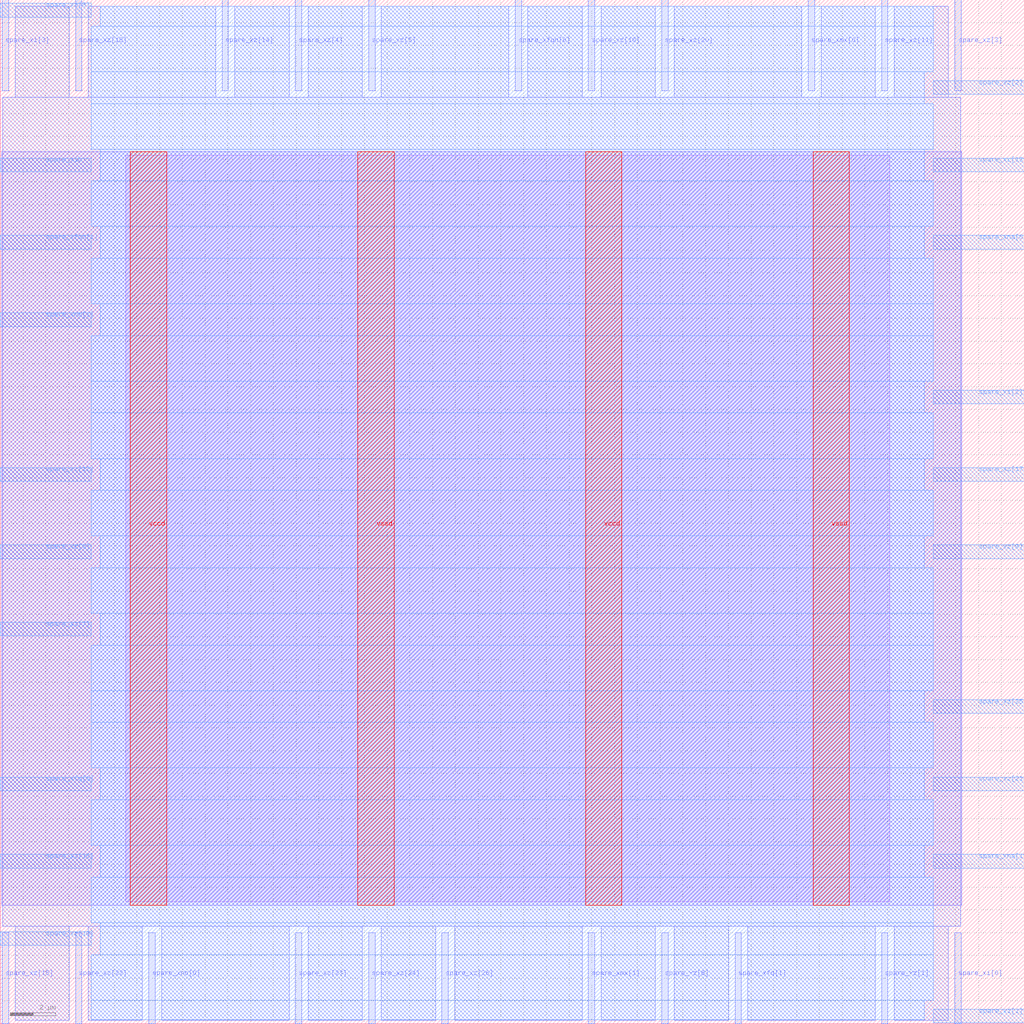
<source format=lef>
VERSION 5.7 ;
  NOWIREEXTENSIONATPIN ON ;
  DIVIDERCHAR "/" ;
  BUSBITCHARS "[]" ;
MACRO spare_logic_block
  CLASS BLOCK ;
  FOREIGN spare_logic_block ;
  ORIGIN 0.000 0.000 ;
  SIZE 45.000 BY 45.000 ;
  PIN spare_xfq[0]
    DIRECTION OUTPUT TRISTATE ;
    USE SIGNAL ;
    PORT
      LAYER met3 ;
        RECT 0.000 10.240 4.000 10.840 ;
    END
  END spare_xfq[0]
  PIN spare_xfq[1]
    DIRECTION OUTPUT TRISTATE ;
    USE SIGNAL ;
    PORT
      LAYER met2 ;
        RECT 32.290 0.000 32.570 4.000 ;
    END
  END spare_xfq[1]
  PIN spare_xfqn[0]
    DIRECTION OUTPUT TRISTATE ;
    USE SIGNAL ;
    PORT
      LAYER met2 ;
        RECT 22.630 41.000 22.910 45.000 ;
    END
  END spare_xfqn[0]
  PIN spare_xfqn[1]
    DIRECTION OUTPUT TRISTATE ;
    USE SIGNAL ;
    PORT
      LAYER met3 ;
        RECT 0.000 34.040 4.000 34.640 ;
    END
  END spare_xfqn[1]
  PIN spare_xi[0]
    DIRECTION OUTPUT TRISTATE ;
    USE SIGNAL ;
    PORT
      LAYER met2 ;
        RECT 41.950 0.000 42.230 4.000 ;
    END
  END spare_xi[0]
  PIN spare_xi[1]
    DIRECTION OUTPUT TRISTATE ;
    USE SIGNAL ;
    PORT
      LAYER met3 ;
        RECT 41.000 0.040 45.000 0.640 ;
    END
  END spare_xi[1]
  PIN spare_xi[2]
    DIRECTION OUTPUT TRISTATE ;
    USE SIGNAL ;
    PORT
      LAYER met3 ;
        RECT 41.000 27.240 45.000 27.840 ;
    END
  END spare_xi[2]
  PIN spare_xi[3]
    DIRECTION OUTPUT TRISTATE ;
    USE SIGNAL ;
    PORT
      LAYER met2 ;
        RECT 0.090 41.000 0.370 45.000 ;
    END
  END spare_xi[3]
  PIN spare_xib
    DIRECTION OUTPUT TRISTATE ;
    USE SIGNAL ;
    PORT
      LAYER met3 ;
        RECT 0.000 37.440 4.000 38.040 ;
    END
  END spare_xib
  PIN spare_xmx[0]
    DIRECTION OUTPUT TRISTATE ;
    USE SIGNAL ;
    PORT
      LAYER met2 ;
        RECT 35.510 41.000 35.790 45.000 ;
    END
  END spare_xmx[0]
  PIN spare_xmx[1]
    DIRECTION OUTPUT TRISTATE ;
    USE SIGNAL ;
    PORT
      LAYER met2 ;
        RECT 25.850 0.000 26.130 4.000 ;
    END
  END spare_xmx[1]
  PIN spare_xna[0]
    DIRECTION OUTPUT TRISTATE ;
    USE SIGNAL ;
    PORT
      LAYER met3 ;
        RECT 41.000 34.040 45.000 34.640 ;
    END
  END spare_xna[0]
  PIN spare_xna[1]
    DIRECTION OUTPUT TRISTATE ;
    USE SIGNAL ;
    PORT
      LAYER met3 ;
        RECT 41.000 6.840 45.000 7.440 ;
    END
  END spare_xna[1]
  PIN spare_xno[0]
    DIRECTION OUTPUT TRISTATE ;
    USE SIGNAL ;
    PORT
      LAYER met2 ;
        RECT 6.530 0.000 6.810 4.000 ;
    END
  END spare_xno[0]
  PIN spare_xno[1]
    DIRECTION OUTPUT TRISTATE ;
    USE SIGNAL ;
    PORT
      LAYER met3 ;
        RECT 0.000 30.640 4.000 31.240 ;
    END
  END spare_xno[1]
  PIN spare_xz[0]
    DIRECTION OUTPUT TRISTATE ;
    USE SIGNAL ;
    PORT
      LAYER met3 ;
        RECT 0.000 20.440 4.000 21.040 ;
    END
  END spare_xz[0]
  PIN spare_xz[10]
    DIRECTION OUTPUT TRISTATE ;
    USE SIGNAL ;
    PORT
      LAYER met2 ;
        RECT 25.850 41.000 26.130 45.000 ;
    END
  END spare_xz[10]
  PIN spare_xz[11]
    DIRECTION OUTPUT TRISTATE ;
    USE SIGNAL ;
    PORT
      LAYER met2 ;
        RECT 38.730 41.000 39.010 45.000 ;
    END
  END spare_xz[11]
  PIN spare_xz[12]
    DIRECTION OUTPUT TRISTATE ;
    USE SIGNAL ;
    PORT
      LAYER met3 ;
        RECT 0.000 23.840 4.000 24.440 ;
    END
  END spare_xz[12]
  PIN spare_xz[13]
    DIRECTION OUTPUT TRISTATE ;
    USE SIGNAL ;
    PORT
      LAYER met3 ;
        RECT 41.000 37.440 45.000 38.040 ;
    END
  END spare_xz[13]
  PIN spare_xz[14]
    DIRECTION OUTPUT TRISTATE ;
    USE SIGNAL ;
    PORT
      LAYER met2 ;
        RECT 9.750 41.000 10.030 45.000 ;
    END
  END spare_xz[14]
  PIN spare_xz[15]
    DIRECTION OUTPUT TRISTATE ;
    USE SIGNAL ;
    PORT
      LAYER met2 ;
        RECT 0.090 0.000 0.370 4.000 ;
    END
  END spare_xz[15]
  PIN spare_xz[16]
    DIRECTION OUTPUT TRISTATE ;
    USE SIGNAL ;
    PORT
      LAYER met3 ;
        RECT 0.000 6.840 4.000 7.440 ;
    END
  END spare_xz[16]
  PIN spare_xz[17]
    DIRECTION OUTPUT TRISTATE ;
    USE SIGNAL ;
    PORT
      LAYER met3 ;
        RECT 41.000 23.840 45.000 24.440 ;
    END
  END spare_xz[17]
  PIN spare_xz[18]
    DIRECTION OUTPUT TRISTATE ;
    USE SIGNAL ;
    PORT
      LAYER met2 ;
        RECT 3.310 41.000 3.590 45.000 ;
    END
  END spare_xz[18]
  PIN spare_xz[19]
    DIRECTION OUTPUT TRISTATE ;
    USE SIGNAL ;
    PORT
      LAYER met3 ;
        RECT 0.000 3.440 4.000 4.040 ;
    END
  END spare_xz[19]
  PIN spare_xz[1]
    DIRECTION OUTPUT TRISTATE ;
    USE SIGNAL ;
    PORT
      LAYER met2 ;
        RECT 38.730 0.000 39.010 4.000 ;
    END
  END spare_xz[1]
  PIN spare_xz[20]
    DIRECTION OUTPUT TRISTATE ;
    USE SIGNAL ;
    PORT
      LAYER met2 ;
        RECT 29.070 41.000 29.350 45.000 ;
    END
  END spare_xz[20]
  PIN spare_xz[21]
    DIRECTION OUTPUT TRISTATE ;
    USE SIGNAL ;
    PORT
      LAYER met3 ;
        RECT 41.000 10.240 45.000 10.840 ;
    END
  END spare_xz[21]
  PIN spare_xz[22]
    DIRECTION OUTPUT TRISTATE ;
    USE SIGNAL ;
    PORT
      LAYER met2 ;
        RECT 3.310 0.000 3.590 4.000 ;
    END
  END spare_xz[22]
  PIN spare_xz[23]
    DIRECTION OUTPUT TRISTATE ;
    USE SIGNAL ;
    PORT
      LAYER met2 ;
        RECT 12.970 0.000 13.250 4.000 ;
    END
  END spare_xz[23]
  PIN spare_xz[24]
    DIRECTION OUTPUT TRISTATE ;
    USE SIGNAL ;
    PORT
      LAYER met2 ;
        RECT 16.190 0.000 16.470 4.000 ;
    END
  END spare_xz[24]
  PIN spare_xz[25]
    DIRECTION OUTPUT TRISTATE ;
    USE SIGNAL ;
    PORT
      LAYER met3 ;
        RECT 41.000 13.640 45.000 14.240 ;
    END
  END spare_xz[25]
  PIN spare_xz[26]
    DIRECTION OUTPUT TRISTATE ;
    USE SIGNAL ;
    PORT
      LAYER met2 ;
        RECT 19.410 0.000 19.690 4.000 ;
    END
  END spare_xz[26]
  PIN spare_xz[2]
    DIRECTION OUTPUT TRISTATE ;
    USE SIGNAL ;
    PORT
      LAYER met3 ;
        RECT 41.000 40.840 45.000 41.440 ;
    END
  END spare_xz[2]
  PIN spare_xz[3]
    DIRECTION OUTPUT TRISTATE ;
    USE SIGNAL ;
    PORT
      LAYER met2 ;
        RECT 41.950 41.000 42.230 45.000 ;
    END
  END spare_xz[3]
  PIN spare_xz[4]
    DIRECTION OUTPUT TRISTATE ;
    USE SIGNAL ;
    PORT
      LAYER met2 ;
        RECT 12.970 41.000 13.250 45.000 ;
    END
  END spare_xz[4]
  PIN spare_xz[5]
    DIRECTION OUTPUT TRISTATE ;
    USE SIGNAL ;
    PORT
      LAYER met2 ;
        RECT 16.190 41.000 16.470 45.000 ;
    END
  END spare_xz[5]
  PIN spare_xz[6]
    DIRECTION OUTPUT TRISTATE ;
    USE SIGNAL ;
    PORT
      LAYER met2 ;
        RECT 29.070 0.000 29.350 4.000 ;
    END
  END spare_xz[6]
  PIN spare_xz[7]
    DIRECTION OUTPUT TRISTATE ;
    USE SIGNAL ;
    PORT
      LAYER met3 ;
        RECT 0.000 17.040 4.000 17.640 ;
    END
  END spare_xz[7]
  PIN spare_xz[8]
    DIRECTION OUTPUT TRISTATE ;
    USE SIGNAL ;
    PORT
      LAYER met3 ;
        RECT 0.000 44.240 4.000 44.840 ;
    END
  END spare_xz[8]
  PIN spare_xz[9]
    DIRECTION OUTPUT TRISTATE ;
    USE SIGNAL ;
    PORT
      LAYER met3 ;
        RECT 41.000 20.440 45.000 21.040 ;
    END
  END spare_xz[9]
  PIN vccd
    DIRECTION INOUT ;
    USE POWER ;
    PORT
      LAYER met4 ;
        RECT 5.720 5.200 7.320 38.320 ;
    END
    PORT
      LAYER met4 ;
        RECT 25.720 5.200 27.320 38.320 ;
    END
  END vccd
  PIN vssd
    DIRECTION INOUT ;
    USE GROUND ;
    PORT
      LAYER met4 ;
        RECT 15.720 5.200 17.320 38.320 ;
    END
    PORT
      LAYER met4 ;
        RECT 35.720 5.200 37.320 38.320 ;
    END
  END vssd
  OBS
      LAYER li1 ;
        RECT 5.520 5.355 39.100 38.165 ;
      LAYER met1 ;
        RECT 0.070 5.200 42.250 38.320 ;
      LAYER met2 ;
        RECT 0.650 40.720 3.030 44.725 ;
        RECT 3.870 40.720 9.470 44.725 ;
        RECT 10.310 40.720 12.690 44.725 ;
        RECT 13.530 40.720 15.910 44.725 ;
        RECT 16.750 40.720 22.350 44.725 ;
        RECT 23.190 40.720 25.570 44.725 ;
        RECT 26.410 40.720 28.790 44.725 ;
        RECT 29.630 40.720 35.230 44.725 ;
        RECT 36.070 40.720 38.450 44.725 ;
        RECT 39.290 40.720 41.670 44.725 ;
        RECT 0.100 4.280 42.220 40.720 ;
        RECT 0.650 0.155 3.030 4.280 ;
        RECT 3.870 0.155 6.250 4.280 ;
        RECT 7.090 0.155 12.690 4.280 ;
        RECT 13.530 0.155 15.910 4.280 ;
        RECT 16.750 0.155 19.130 4.280 ;
        RECT 19.970 0.155 25.570 4.280 ;
        RECT 26.410 0.155 28.790 4.280 ;
        RECT 29.630 0.155 32.010 4.280 ;
        RECT 32.850 0.155 38.450 4.280 ;
        RECT 39.290 0.155 41.670 4.280 ;
      LAYER met3 ;
        RECT 4.400 43.840 41.000 44.705 ;
        RECT 4.000 41.840 41.000 43.840 ;
        RECT 4.000 40.440 40.600 41.840 ;
        RECT 4.000 38.440 41.000 40.440 ;
        RECT 4.400 37.040 40.600 38.440 ;
        RECT 4.000 35.040 41.000 37.040 ;
        RECT 4.400 33.640 40.600 35.040 ;
        RECT 4.000 31.640 41.000 33.640 ;
        RECT 4.400 30.240 41.000 31.640 ;
        RECT 4.000 28.240 41.000 30.240 ;
        RECT 4.000 26.840 40.600 28.240 ;
        RECT 4.000 24.840 41.000 26.840 ;
        RECT 4.400 23.440 40.600 24.840 ;
        RECT 4.000 21.440 41.000 23.440 ;
        RECT 4.400 20.040 40.600 21.440 ;
        RECT 4.000 18.040 41.000 20.040 ;
        RECT 4.400 16.640 41.000 18.040 ;
        RECT 4.000 14.640 41.000 16.640 ;
        RECT 4.000 13.240 40.600 14.640 ;
        RECT 4.000 11.240 41.000 13.240 ;
        RECT 4.400 9.840 40.600 11.240 ;
        RECT 4.000 7.840 41.000 9.840 ;
        RECT 4.400 6.440 40.600 7.840 ;
        RECT 4.000 4.440 41.000 6.440 ;
        RECT 4.400 3.040 41.000 4.440 ;
        RECT 4.000 1.040 41.000 3.040 ;
        RECT 4.000 0.175 40.600 1.040 ;
  END
END spare_logic_block
END LIBRARY


</source>
